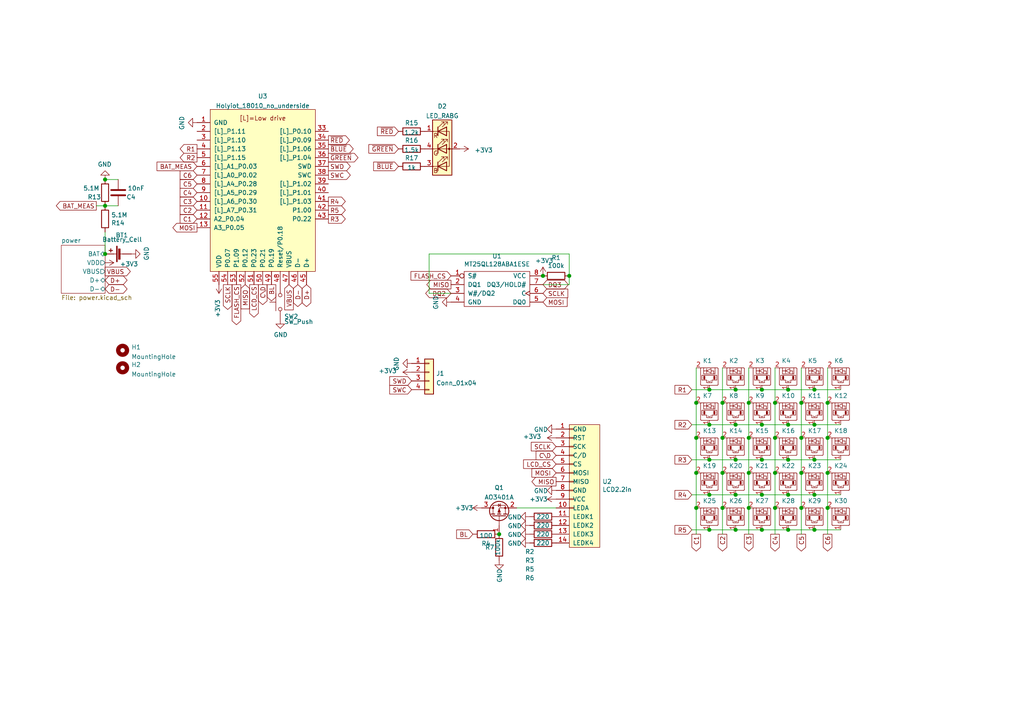
<source format=kicad_sch>
(kicad_sch (version 20210621) (generator eeschema)
  (paper "A4")
  (lib_symbols
    (symbol "Connector_Generic:Conn_01x04" (pin_names (offset 1.016) hide)
      (property "Reference" "J" (at 0 5.08 0))
      (property "Value" "Conn_01x04" (at 0 -7.62 0))
      (symbol "Conn_01x04_1_1"
        (pin passive line (at -5.08 2.54 0) (length 3.81) (name "Pin_1") (number "1"))
        (pin passive line (at -5.08 0 0) (length 3.81) (name "Pin_2") (number "2"))
        (pin passive line (at -5.08 -2.54 0) (length 3.81) (name "Pin_3") (number "3"))
        (pin passive line (at -5.08 -5.08 0) (length 3.81) (name "Pin_4") (number "4"))
      )
    )
    (symbol "Device:Battery_Cell" (pin_numbers hide) (pin_names (offset 0) hide)
      (property "Reference" "BT" (at 2.54 2.54 0))
      (property "Value" "Battery_Cell" (at 2.54 0 0))
      (symbol "Battery_Cell_1_1"
        (pin passive line (at 0 5.08 270) (length 2.54) (name "+") (number "1"))
        (pin passive line (at 0 -2.54 90) (length 2.54) (name "-") (number "2"))
      )
    )
    (symbol "Device:C" (pin_numbers hide) (pin_names (offset 0.254))
      (property "Reference" "C" (at 0.635 2.54 0))
      (property "Value" "C" (at 0.635 -2.54 0))
      (symbol "C_1_1"
        (pin passive line (at 0 3.81 270) (length 2.794) (name "~") (number "1"))
        (pin passive line (at 0 -3.81 90) (length 2.794) (name "~") (number "2"))
      )
    )
    (symbol "Device:LED_RABG" (pin_names (offset 0) hide)
      (property "Reference" "D" (at 0 9.398 0))
      (property "Value" "LED_RABG" (at 0 -8.89 0))
      (symbol "LED_RABG_0_0"
        (text "B" (at -1.905 -6.35 0) (effects (font (size 1.27 1.27))))
        (text "G" (at -1.905 -1.27 0) (effects (font (size 1.27 1.27))))
        (text "R" (at -1.905 3.81 0) (effects (font (size 1.27 1.27))))
      )
      (symbol "LED_RABG_1_1"
        (pin passive line (at -5.08 5.08 0) (length 2.54) (name "RK") (number "1"))
        (pin passive line (at 5.08 0 180) (length 2.54) (name "A") (number "2"))
        (pin passive line (at -5.08 -5.08 0) (length 2.54) (name "BK") (number "3"))
        (pin passive line (at -5.08 0 0) (length 2.54) (name "GK") (number "4"))
      )
    )
    (symbol "Device:R" (pin_numbers hide) (pin_names (offset 0))
      (property "Reference" "R" (at 2.032 0 90))
      (property "Value" "R" (at 0 0 90))
      (symbol "R_1_1"
        (pin passive line (at 0 3.81 270) (length 1.27) (name "~") (number "1"))
        (pin passive line (at 0 -3.81 90) (length 1.27) (name "~") (number "2"))
      )
    )
    (symbol "Mechanical:MountingHole" (pin_names (offset 1.016))
      (property "Reference" "H" (at 0 5.08 0))
      (property "Value" "MountingHole" (at 0 3.175 0))
    )
    (symbol "Switch:SW_Push" (pin_numbers hide) (pin_names (offset 1.016) hide)
      (property "Reference" "SW" (at 1.27 2.54 0))
      (property "Value" "SW_Push" (at 0 -1.524 0))
      (symbol "SW_Push_0_1"
        (pin passive line (at -5.08 0 0) (length 2.54) (name "1") (number "1"))
        (pin passive line (at 5.08 0 180) (length 2.54) (name "2") (number "2"))
      )
    )
    (symbol "Transistor_FET:AO3401A" (pin_names hide)
      (property "Reference" "Q" (at 5.08 1.905 0))
      (property "Value" "AO3401A" (at 5.08 0 0))
      (symbol "AO3401A_1_1"
        (pin input line (at -5.08 0 0) (length 2.54) (name "G") (number "1"))
        (pin passive line (at 2.54 -5.08 90) (length 2.54) (name "S") (number "2"))
        (pin passive line (at 2.54 5.08 270) (length 2.54) (name "D") (number "3"))
      )
    )
    (symbol "diode-choc:diode-choc" (pin_names (offset 1.016))
      (property "Reference" "K" (at 0 3.81 0))
      (symbol "diode-choc_1_1"
        (pin input line (at 0 -3.81 90) (length 1.27) (name "~") (number "1"))
        (pin output line (at -3.81 2.54 0) (length 1.27) (name "~") (number "2"))
      )
    )
    (symbol "diode-choc:diode-choc_1" (pin_names (offset 1.016))
      (property "Reference" "K" (at 0 3.81 0))
      (symbol "diode-choc_1_1_1"
        (pin input line (at 0 -3.81 90) (length 1.27) (name "~") (number "1"))
        (pin output line (at -3.81 2.54 0) (length 1.27) (name "~") (number "2"))
      )
    )
    (symbol "diode-choc:diode-choc_10" (pin_names (offset 1.016))
      (property "Reference" "K" (at 0 3.81 0))
      (symbol "diode-choc_10_1_1"
        (pin input line (at 0 -3.81 90) (length 1.27) (name "~") (number "1"))
        (pin output line (at -3.81 2.54 0) (length 1.27) (name "~") (number "2"))
      )
    )
    (symbol "diode-choc:diode-choc_11" (pin_names (offset 1.016))
      (property "Reference" "K" (at 0 3.81 0))
      (symbol "diode-choc_11_1_1"
        (pin input line (at 0 -3.81 90) (length 1.27) (name "~") (number "1"))
        (pin output line (at -3.81 2.54 0) (length 1.27) (name "~") (number "2"))
      )
    )
    (symbol "diode-choc:diode-choc_12" (pin_names (offset 1.016))
      (property "Reference" "K" (at 0 3.81 0))
      (symbol "diode-choc_12_1_1"
        (pin input line (at 0 -3.81 90) (length 1.27) (name "~") (number "1"))
        (pin output line (at -3.81 2.54 0) (length 1.27) (name "~") (number "2"))
      )
    )
    (symbol "diode-choc:diode-choc_13" (pin_names (offset 1.016))
      (property "Reference" "K" (at 0 3.81 0))
      (symbol "diode-choc_13_1_1"
        (pin input line (at 0 -3.81 90) (length 1.27) (name "~") (number "1"))
        (pin output line (at -3.81 2.54 0) (length 1.27) (name "~") (number "2"))
      )
    )
    (symbol "diode-choc:diode-choc_14" (pin_names (offset 1.016))
      (property "Reference" "K" (at 0 3.81 0))
      (symbol "diode-choc_14_1_1"
        (pin input line (at 0 -3.81 90) (length 1.27) (name "~") (number "1"))
        (pin output line (at -3.81 2.54 0) (length 1.27) (name "~") (number "2"))
      )
    )
    (symbol "diode-choc:diode-choc_15" (pin_names (offset 1.016))
      (property "Reference" "K" (at 0 3.81 0))
      (symbol "diode-choc_15_1_1"
        (pin input line (at 0 -3.81 90) (length 1.27) (name "~") (number "1"))
        (pin output line (at -3.81 2.54 0) (length 1.27) (name "~") (number "2"))
      )
    )
    (symbol "diode-choc:diode-choc_16" (pin_names (offset 1.016))
      (property "Reference" "K" (at 0 3.81 0))
      (symbol "diode-choc_16_1_1"
        (pin input line (at 0 -3.81 90) (length 1.27) (name "~") (number "1"))
        (pin output line (at -3.81 2.54 0) (length 1.27) (name "~") (number "2"))
      )
    )
    (symbol "diode-choc:diode-choc_17" (pin_names (offset 1.016))
      (property "Reference" "K" (at 0 3.81 0))
      (symbol "diode-choc_17_1_1"
        (pin input line (at 0 -3.81 90) (length 1.27) (name "~") (number "1"))
        (pin output line (at -3.81 2.54 0) (length 1.27) (name "~") (number "2"))
      )
    )
    (symbol "diode-choc:diode-choc_18" (pin_names (offset 1.016))
      (property "Reference" "K" (at 0 3.81 0))
      (symbol "diode-choc_18_1_1"
        (pin input line (at 0 -3.81 90) (length 1.27) (name "~") (number "1"))
        (pin output line (at -3.81 2.54 0) (length 1.27) (name "~") (number "2"))
      )
    )
    (symbol "diode-choc:diode-choc_19" (pin_names (offset 1.016))
      (property "Reference" "K" (at 0 3.81 0))
      (symbol "diode-choc_19_1_1"
        (pin input line (at 0 -3.81 90) (length 1.27) (name "~") (number "1"))
        (pin output line (at -3.81 2.54 0) (length 1.27) (name "~") (number "2"))
      )
    )
    (symbol "diode-choc:diode-choc_2" (pin_names (offset 1.016))
      (property "Reference" "K" (at 0 3.81 0))
      (symbol "diode-choc_2_1_1"
        (pin input line (at 0 -3.81 90) (length 1.27) (name "~") (number "1"))
        (pin output line (at -3.81 2.54 0) (length 1.27) (name "~") (number "2"))
      )
    )
    (symbol "diode-choc:diode-choc_20" (pin_names (offset 1.016))
      (property "Reference" "K" (at 0 3.81 0))
      (symbol "diode-choc_20_1_1"
        (pin input line (at 0 -3.81 90) (length 1.27) (name "~") (number "1"))
        (pin output line (at -3.81 2.54 0) (length 1.27) (name "~") (number "2"))
      )
    )
    (symbol "diode-choc:diode-choc_21" (pin_names (offset 1.016))
      (property "Reference" "K" (at 0 3.81 0))
      (symbol "diode-choc_21_1_1"
        (pin input line (at 0 -3.81 90) (length 1.27) (name "~") (number "1"))
        (pin output line (at -3.81 2.54 0) (length 1.27) (name "~") (number "2"))
      )
    )
    (symbol "diode-choc:diode-choc_22" (pin_names (offset 1.016))
      (property "Reference" "K" (at 0 3.81 0))
      (symbol "diode-choc_22_1_1"
        (pin input line (at 0 -3.81 90) (length 1.27) (name "~") (number "1"))
        (pin output line (at -3.81 2.54 0) (length 1.27) (name "~") (number "2"))
      )
    )
    (symbol "diode-choc:diode-choc_23" (pin_names (offset 1.016))
      (property "Reference" "K" (at 0 3.81 0))
      (symbol "diode-choc_23_1_1"
        (pin input line (at 0 -3.81 90) (length 1.27) (name "~") (number "1"))
        (pin output line (at -3.81 2.54 0) (length 1.27) (name "~") (number "2"))
      )
    )
    (symbol "diode-choc:diode-choc_24" (pin_names (offset 1.016))
      (property "Reference" "K" (at 0 3.81 0))
      (symbol "diode-choc_24_1_1"
        (pin input line (at 0 -3.81 90) (length 1.27) (name "~") (number "1"))
        (pin output line (at -3.81 2.54 0) (length 1.27) (name "~") (number "2"))
      )
    )
    (symbol "diode-choc:diode-choc_25" (pin_names (offset 1.016))
      (property "Reference" "K" (at 0 3.81 0))
      (symbol "diode-choc_25_1_1"
        (pin input line (at 0 -3.81 90) (length 1.27) (name "~") (number "1"))
        (pin output line (at -3.81 2.54 0) (length 1.27) (name "~") (number "2"))
      )
    )
    (symbol "diode-choc:diode-choc_26" (pin_names (offset 1.016))
      (property "Reference" "K" (at 0 3.81 0))
      (symbol "diode-choc_26_1_1"
        (pin input line (at 0 -3.81 90) (length 1.27) (name "~") (number "1"))
        (pin output line (at -3.81 2.54 0) (length 1.27) (name "~") (number "2"))
      )
    )
    (symbol "diode-choc:diode-choc_27" (pin_names (offset 1.016))
      (property "Reference" "K" (at 0 3.81 0))
      (symbol "diode-choc_27_1_1"
        (pin input line (at 0 -3.81 90) (length 1.27) (name "~") (number "1"))
        (pin output line (at -3.81 2.54 0) (length 1.27) (name "~") (number "2"))
      )
    )
    (symbol "diode-choc:diode-choc_28" (pin_names (offset 1.016))
      (property "Reference" "K" (at 0 3.81 0))
      (symbol "diode-choc_28_1_1"
        (pin input line (at 0 -3.81 90) (length 1.27) (name "~") (number "1"))
        (pin output line (at -3.81 2.54 0) (length 1.27) (name "~") (number "2"))
      )
    )
    (symbol "diode-choc:diode-choc_29" (pin_names (offset 1.016))
      (property "Reference" "K" (at 0 3.81 0))
      (symbol "diode-choc_29_1_1"
        (pin input line (at 0 -3.81 90) (length 1.27) (name "~") (number "1"))
        (pin output line (at -3.81 2.54 0) (length 1.27) (name "~") (number "2"))
      )
    )
    (symbol "diode-choc:diode-choc_3" (pin_names (offset 1.016))
      (property "Reference" "K" (at 0 3.81 0))
      (symbol "diode-choc_3_1_1"
        (pin input line (at 0 -3.81 90) (length 1.27) (name "~") (number "1"))
        (pin output line (at -3.81 2.54 0) (length 1.27) (name "~") (number "2"))
      )
    )
    (symbol "diode-choc:diode-choc_4" (pin_names (offset 1.016))
      (property "Reference" "K" (at 0 3.81 0))
      (symbol "diode-choc_4_1_1"
        (pin input line (at 0 -3.81 90) (length 1.27) (name "~") (number "1"))
        (pin output line (at -3.81 2.54 0) (length 1.27) (name "~") (number "2"))
      )
    )
    (symbol "diode-choc:diode-choc_5" (pin_names (offset 1.016))
      (property "Reference" "K" (at 0 3.81 0))
      (symbol "diode-choc_5_1_1"
        (pin input line (at 0 -3.81 90) (length 1.27) (name "~") (number "1"))
        (pin output line (at -3.81 2.54 0) (length 1.27) (name "~") (number "2"))
      )
    )
    (symbol "diode-choc:diode-choc_6" (pin_names (offset 1.016))
      (property "Reference" "K" (at 0 3.81 0))
      (symbol "diode-choc_6_1_1"
        (pin input line (at 0 -3.81 90) (length 1.27) (name "~") (number "1"))
        (pin output line (at -3.81 2.54 0) (length 1.27) (name "~") (number "2"))
      )
    )
    (symbol "diode-choc:diode-choc_7" (pin_names (offset 1.016))
      (property "Reference" "K" (at 0 3.81 0))
      (symbol "diode-choc_7_1_1"
        (pin input line (at 0 -3.81 90) (length 1.27) (name "~") (number "1"))
        (pin output line (at -3.81 2.54 0) (length 1.27) (name "~") (number "2"))
      )
    )
    (symbol "diode-choc:diode-choc_8" (pin_names (offset 1.016))
      (property "Reference" "K" (at 0 3.81 0))
      (symbol "diode-choc_8_1_1"
        (pin input line (at 0 -3.81 90) (length 1.27) (name "~") (number "1"))
        (pin output line (at -3.81 2.54 0) (length 1.27) (name "~") (number "2"))
      )
    )
    (symbol "diode-choc:diode-choc_9" (pin_names (offset 1.016))
      (property "Reference" "K" (at 0 3.81 0))
      (symbol "diode-choc_9_1_1"
        (pin input line (at 0 -3.81 90) (length 1.27) (name "~") (number "1"))
        (pin output line (at -3.81 2.54 0) (length 1.27) (name "~") (number "2"))
      )
    )
    (symbol "keeb-libs:Holyiot_18010_no_underside" (pin_names (offset 1.016))
      (property "Reference" "U" (at 0 40.64 0))
      (property "Value" "Holyiot_18010_no_underside" (at 1.27 43.18 0))
      (symbol "Holyiot_18010_no_underside_0_0"
        (text "[L]=Low drive" (at 0 13.97 0) (effects (font (size 1.27 1.27))))
      )
      (symbol "Holyiot_18010_no_underside_1_1"
        (pin power_in line (at -19.05 12.7 0) (length 3.81) (name "GND") (number "1"))
        (pin bidirectional line (at -19.05 -10.16 0) (length 3.81) (name "[L]_A6_P0.30") (number "10"))
        (pin bidirectional line (at -19.05 -12.7 0) (length 3.81) (name "[L]_A7_P0.31") (number "11"))
        (pin bidirectional line (at -19.05 -15.24 0) (length 3.81) (name "A2_P0.04") (number "12"))
        (pin bidirectional line (at -19.05 -17.78 0) (length 3.81) (name "A3_P0.05") (number "13"))
        (pin bidirectional line (at -19.05 10.16 0) (length 3.81) (name "[L]_P1.11") (number "2"))
        (pin bidirectional line (at -19.05 7.62 0) (length 3.81) (name "[L]_P1.10") (number "3"))
        (pin passive line (at -19.05 12.7 0) (length 3.81) hide (name "GND") (number "32"))
        (pin bidirectional line (at 19.05 10.16 180) (length 3.81) (name "[L]_P0.10") (number "33"))
        (pin bidirectional line (at 19.05 7.62 180) (length 3.81) (name "[L]_P0.09") (number "34"))
        (pin bidirectional line (at 19.05 5.08 180) (length 3.81) (name "[L]_P1.06") (number "35"))
        (pin bidirectional line (at 19.05 2.54 180) (length 3.81) (name "[L]_P1.04") (number "36"))
        (pin input line (at 19.05 0 180) (length 3.81) (name "SWD") (number "37"))
        (pin bidirectional line (at 19.05 -2.54 180) (length 3.81) (name "SWC") (number "38"))
        (pin bidirectional line (at 19.05 -5.08 180) (length 3.81) (name "[L]_P1.02") (number "39"))
        (pin bidirectional line (at -19.05 5.08 0) (length 3.81) (name "[L]_P1.13") (number "4"))
        (pin bidirectional line (at 19.05 -7.62 180) (length 3.81) (name "[L]_P1.01") (number "40"))
        (pin bidirectional line (at 19.05 -10.16 180) (length 3.81) (name "[L]_P1.03") (number "41"))
        (pin bidirectional line (at 19.05 -12.7 180) (length 3.81) (name "P1.00") (number "42"))
        (pin bidirectional line (at 19.05 -15.24 180) (length 3.81) (name "P0.22") (number "43"))
        (pin passive line (at -19.05 12.7 0) (length 3.81) hide (name "GND") (number "44"))
        (pin bidirectional line (at 12.7 -34.29 90) (length 3.81) (name "D+") (number "45"))
        (pin bidirectional line (at 10.16 -34.29 90) (length 3.81) (name "D-") (number "46"))
        (pin power_in line (at 7.62 -34.29 90) (length 3.81) (name "VBUS") (number "47"))
        (pin bidirectional line (at 5.08 -34.29 90) (length 3.81) (name "Reset/P0.18") (number "48"))
        (pin bidirectional line (at 2.54 -34.29 90) (length 3.81) (name "P0.19") (number "49"))
        (pin bidirectional line (at -19.05 2.54 0) (length 3.81) (name "[L]_P1.15") (number "5"))
        (pin bidirectional line (at 0 -34.29 90) (length 3.81) (name "P0.21") (number "50"))
        (pin bidirectional line (at -2.54 -34.29 90) (length 3.81) (name "P0.23") (number "51"))
        (pin bidirectional line (at -5.08 -34.29 90) (length 3.81) (name "P0.12") (number "52"))
        (pin bidirectional line (at -7.62 -34.29 90) (length 3.81) (name "P1.09") (number "53"))
        (pin bidirectional line (at -10.16 -34.29 90) (length 3.81) (name "P0.07") (number "54"))
        (pin power_in line (at -12.7 -34.29 90) (length 3.81) (name "VDD") (number "55"))
        (pin bidirectional line (at -19.05 0 0) (length 3.81) (name "[L]_A1_P0.03") (number "6"))
        (pin bidirectional line (at -19.05 -2.54 0) (length 3.81) (name "[L]_A0_P0.02") (number "7"))
        (pin bidirectional line (at -19.05 -5.08 0) (length 3.81) (name "[L]_A4_P0.28") (number "8"))
        (pin bidirectional line (at -19.05 -7.62 0) (length 3.81) (name "[L]_A5_P0.29") (number "9"))
      )
    )
    (symbol "power:+3V3" (power) (pin_names (offset 0))
      (property "Value" "+3V3" (at 0 3.556 0))
      (symbol "+3V3_1_1"
        (pin power_in line (at 0 0 90) (length 0) hide (name "+3V3") (number "1"))
      )
    )
    (symbol "power:GND" (power) (pin_names (offset 0))
      (property "Value" "GND" (at 0 -3.81 0))
      (symbol "GND_1_1"
        (pin power_in line (at 0 0 270) (length 0) hide (name "GND") (number "1"))
      )
    )
    (symbol "steno:LCD2.2in" (pin_names (offset 1.016))
      (property "Reference" "LCD" (at -13.97 1.27 0))
      (property "Value" "steno_LCD2.2in" (at 0 27.94 0))
      (symbol "LCD2.2in_1_1"
        (pin passive line (at -5.08 16.51 0) (length 3.81) (name "GND") (number "1"))
        (pin passive line (at -5.08 -6.35 0) (length 3.81) (name "LEDA") (number "10"))
        (pin passive line (at -5.08 -8.89 0) (length 3.81) (name "LEDK1") (number "11"))
        (pin passive line (at -5.08 -11.43 0) (length 3.81) (name "LEDK2") (number "12"))
        (pin passive line (at -5.08 -13.97 0) (length 3.81) (name "LEDK3") (number "13"))
        (pin passive line (at -5.08 -16.51 0) (length 3.81) (name "LEDK4") (number "14"))
        (pin passive line (at -5.08 13.97 0) (length 3.81) (name "RST") (number "2"))
        (pin passive line (at -5.08 11.43 0) (length 3.81) (name "SCK") (number "3"))
        (pin passive line (at -5.08 8.89 0) (length 3.81) (name "C/D") (number "4"))
        (pin passive line (at -5.08 6.35 0) (length 3.81) (name "CS") (number "5"))
        (pin passive line (at -5.08 3.81 0) (length 3.81) (name "MOSI") (number "6"))
        (pin passive line (at -5.08 1.27 0) (length 3.81) (name "MISO") (number "7"))
        (pin passive line (at -5.08 -1.27 0) (length 3.81) (name "GND") (number "8"))
        (pin passive line (at -5.08 -3.81 0) (length 3.81) (name "VCC") (number "9"))
      )
    )
    (symbol "steno:MT25QL128ABA1ESE" (pin_names (offset 1.016))
      (property "Reference" "U" (at 0 -12.7 0))
      (property "Value" "MT25QL128ABA1ESE" (at -1.27 12.7 0))
      (symbol "MT25QL128ABA1ESE_1_1"
        (pin input inverted (at -11.43 2.54 0) (length 3.81) (name "S#") (number "1"))
        (pin output line (at -11.43 0 0) (length 3.81) (name "DQ1") (number "2"))
        (pin bidirectional line (at -11.43 -2.54 0) (length 3.81) (name "W#/DQ2") (number "3"))
        (pin power_in line (at -11.43 -5.08 0) (length 3.81) (name "GND") (number "4"))
        (pin input line (at 15.24 -5.08 180) (length 3.81) (name "DQ0") (number "5"))
        (pin input clock (at 15.24 -2.54 180) (length 3.81) (name "C") (number "6"))
        (pin input line (at 15.24 0 180) (length 3.81) (name "DQ3/HOLD#") (number "7"))
        (pin power_in line (at 15.24 2.54 180) (length 3.81) (name "VCC") (number "8"))
      )
    )
  )
  (junction (at 30.48 52.07) (diameter 1.016))
  (junction (at 30.48 59.69) (diameter 1.016))
  (junction (at 30.48 73.66) (diameter 1.016))
  (junction (at 144.78 154.94) (diameter 1.016))
  (junction (at 157.48 80.01) (diameter 1.016))
  (junction (at 165.1 80.01) (diameter 1.016))
  (junction (at 201.93 116.84) (diameter 1.016))
  (junction (at 201.93 127) (diameter 1.016))
  (junction (at 201.93 137.16) (diameter 1.016))
  (junction (at 201.93 147.32) (diameter 1.016))
  (junction (at 205.74 113.03) (diameter 1.016))
  (junction (at 205.74 123.19) (diameter 1.016))
  (junction (at 205.74 133.35) (diameter 1.016))
  (junction (at 205.74 143.51) (diameter 1.016))
  (junction (at 205.74 153.67) (diameter 1.016))
  (junction (at 209.55 116.84) (diameter 1.016))
  (junction (at 209.55 127) (diameter 1.016))
  (junction (at 209.55 137.16) (diameter 1.016))
  (junction (at 209.55 147.32) (diameter 1.016))
  (junction (at 213.36 113.03) (diameter 1.016))
  (junction (at 213.36 123.19) (diameter 1.016))
  (junction (at 213.36 133.35) (diameter 1.016))
  (junction (at 213.36 143.51) (diameter 1.016))
  (junction (at 213.36 153.67) (diameter 1.016))
  (junction (at 217.17 116.84) (diameter 1.016))
  (junction (at 217.17 127) (diameter 1.016))
  (junction (at 217.17 137.16) (diameter 1.016))
  (junction (at 217.17 147.32) (diameter 1.016))
  (junction (at 220.98 113.03) (diameter 1.016))
  (junction (at 220.98 123.19) (diameter 1.016))
  (junction (at 220.98 133.35) (diameter 1.016))
  (junction (at 220.98 143.51) (diameter 1.016))
  (junction (at 220.98 153.67) (diameter 1.016))
  (junction (at 224.79 116.84) (diameter 1.016))
  (junction (at 224.79 127) (diameter 1.016))
  (junction (at 224.79 137.16) (diameter 1.016))
  (junction (at 224.79 147.32) (diameter 1.016))
  (junction (at 228.6 113.03) (diameter 1.016))
  (junction (at 228.6 123.19) (diameter 1.016))
  (junction (at 228.6 133.35) (diameter 1.016))
  (junction (at 228.6 143.51) (diameter 1.016))
  (junction (at 228.6 153.67) (diameter 1.016))
  (junction (at 232.41 116.84) (diameter 1.016))
  (junction (at 232.41 127) (diameter 1.016))
  (junction (at 232.41 137.16) (diameter 1.016))
  (junction (at 232.41 147.32) (diameter 1.016))
  (junction (at 236.22 113.03) (diameter 1.016))
  (junction (at 236.22 123.19) (diameter 1.016))
  (junction (at 236.22 133.35) (diameter 1.016))
  (junction (at 236.22 143.51) (diameter 1.016))
  (junction (at 236.22 153.67) (diameter 1.016))
  (junction (at 240.03 116.84) (diameter 1.016))
  (junction (at 240.03 127) (diameter 1.016))
  (junction (at 240.03 137.16) (diameter 1.016))
  (junction (at 240.03 147.32) (diameter 1.016))
  (wire (pts (xy 27.94 59.69) (xy 30.48 59.69)))
  (wire (pts (xy 30.48 52.07) (xy 34.29 52.07)))
  (wire (pts (xy 30.48 67.31) (xy 30.48 73.66)))
  (wire (pts (xy 34.29 59.69) (xy 30.48 59.69)))
  (wire (pts (xy 124.46 73.66) (xy 124.46 85.09)))
  (wire (pts (xy 124.46 73.66) (xy 165.1 73.66)))
  (wire (pts (xy 124.46 85.09) (xy 130.81 85.09)))
  (wire (pts (xy 149.86 147.32) (xy 161.29 147.32)))
  (wire (pts (xy 157.48 82.55) (xy 165.1 82.55)))
  (wire (pts (xy 165.1 73.66) (xy 165.1 80.01)))
  (wire (pts (xy 165.1 82.55) (xy 165.1 80.01)))
  (wire (pts (xy 200.66 113.03) (xy 205.74 113.03)))
  (wire (pts (xy 200.66 123.19) (xy 205.74 123.19)))
  (wire (pts (xy 200.66 133.35) (xy 205.74 133.35)))
  (wire (pts (xy 200.66 143.51) (xy 205.74 143.51)))
  (wire (pts (xy 200.66 153.67) (xy 205.74 153.67)))
  (wire (pts (xy 201.93 106.68) (xy 201.93 116.84)))
  (wire (pts (xy 201.93 116.84) (xy 201.93 127)))
  (wire (pts (xy 201.93 127) (xy 201.93 137.16)))
  (wire (pts (xy 201.93 137.16) (xy 201.93 147.32)))
  (wire (pts (xy 201.93 147.32) (xy 201.93 154.94)))
  (wire (pts (xy 205.74 113.03) (xy 213.36 113.03)))
  (wire (pts (xy 205.74 123.19) (xy 213.36 123.19)))
  (wire (pts (xy 205.74 133.35) (xy 213.36 133.35)))
  (wire (pts (xy 205.74 143.51) (xy 213.36 143.51)))
  (wire (pts (xy 205.74 153.67) (xy 213.36 153.67)))
  (wire (pts (xy 209.55 106.68) (xy 209.55 116.84)))
  (wire (pts (xy 209.55 116.84) (xy 209.55 127)))
  (wire (pts (xy 209.55 127) (xy 209.55 137.16)))
  (wire (pts (xy 209.55 137.16) (xy 209.55 147.32)))
  (wire (pts (xy 209.55 147.32) (xy 209.55 154.94)))
  (wire (pts (xy 213.36 113.03) (xy 220.98 113.03)))
  (wire (pts (xy 213.36 123.19) (xy 220.98 123.19)))
  (wire (pts (xy 213.36 133.35) (xy 220.98 133.35)))
  (wire (pts (xy 213.36 143.51) (xy 220.98 143.51)))
  (wire (pts (xy 213.36 153.67) (xy 220.98 153.67)))
  (wire (pts (xy 217.17 106.68) (xy 217.17 116.84)))
  (wire (pts (xy 217.17 116.84) (xy 217.17 127)))
  (wire (pts (xy 217.17 127) (xy 217.17 137.16)))
  (wire (pts (xy 217.17 137.16) (xy 217.17 147.32)))
  (wire (pts (xy 217.17 147.32) (xy 217.17 154.94)))
  (wire (pts (xy 220.98 113.03) (xy 228.6 113.03)))
  (wire (pts (xy 220.98 123.19) (xy 228.6 123.19)))
  (wire (pts (xy 220.98 133.35) (xy 228.6 133.35)))
  (wire (pts (xy 220.98 143.51) (xy 228.6 143.51)))
  (wire (pts (xy 220.98 153.67) (xy 228.6 153.67)))
  (wire (pts (xy 224.79 106.68) (xy 224.79 116.84)))
  (wire (pts (xy 224.79 116.84) (xy 224.79 127)))
  (wire (pts (xy 224.79 127) (xy 224.79 137.16)))
  (wire (pts (xy 224.79 137.16) (xy 224.79 147.32)))
  (wire (pts (xy 224.79 147.32) (xy 224.79 154.94)))
  (wire (pts (xy 228.6 113.03) (xy 236.22 113.03)))
  (wire (pts (xy 228.6 123.19) (xy 236.22 123.19)))
  (wire (pts (xy 228.6 133.35) (xy 236.22 133.35)))
  (wire (pts (xy 228.6 143.51) (xy 236.22 143.51)))
  (wire (pts (xy 228.6 153.67) (xy 236.22 153.67)))
  (wire (pts (xy 232.41 106.68) (xy 232.41 116.84)))
  (wire (pts (xy 232.41 116.84) (xy 232.41 127)))
  (wire (pts (xy 232.41 127) (xy 232.41 137.16)))
  (wire (pts (xy 232.41 137.16) (xy 232.41 147.32)))
  (wire (pts (xy 232.41 147.32) (xy 232.41 154.94)))
  (wire (pts (xy 236.22 113.03) (xy 243.84 113.03)))
  (wire (pts (xy 236.22 123.19) (xy 243.84 123.19)))
  (wire (pts (xy 236.22 133.35) (xy 243.84 133.35)))
  (wire (pts (xy 236.22 143.51) (xy 243.84 143.51)))
  (wire (pts (xy 236.22 153.67) (xy 243.84 153.67)))
  (wire (pts (xy 240.03 106.68) (xy 240.03 116.84)))
  (wire (pts (xy 240.03 116.84) (xy 240.03 127)))
  (wire (pts (xy 240.03 127) (xy 240.03 137.16)))
  (wire (pts (xy 240.03 137.16) (xy 240.03 147.32)))
  (wire (pts (xy 240.03 147.32) (xy 240.03 154.94)))
  (global_label "BAT_MEAS" (shape output) (at 27.94 59.69 180) (property "Intersheet References" "${INTERSHEET_REFS}" (effects hide)))
  (global_label "VBUS" (shape output) (at 30.48 78.74 0) (property "Intersheet References" "${INTERSHEET_REFS}" (effects hide)))
  (global_label "D+" (shape bidirectional) (at 30.48 81.28 0) (property "Intersheet References" "${INTERSHEET_REFS}" (effects hide)))
  (global_label "D-" (shape bidirectional) (at 30.48 83.82 0) (property "Intersheet References" "${INTERSHEET_REFS}" (effects hide)))
  (global_label "R1" (shape output) (at 57.15 43.18 180) (property "Intersheet References" "${INTERSHEET_REFS}" (effects hide)))
  (global_label "R2" (shape output) (at 57.15 45.72 180) (property "Intersheet References" "${INTERSHEET_REFS}" (effects hide)))
  (global_label "BAT_MEAS" (shape input) (at 57.15 48.26 180) (property "Intersheet References" "${INTERSHEET_REFS}" (effects hide)))
  (global_label "C6" (shape input) (at 57.15 50.8 180) (property "Intersheet References" "${INTERSHEET_REFS}" (effects hide)))
  (global_label "C5" (shape input) (at 57.15 53.34 180) (property "Intersheet References" "${INTERSHEET_REFS}" (effects hide)))
  (global_label "C4" (shape input) (at 57.15 55.88 180) (property "Intersheet References" "${INTERSHEET_REFS}" (effects hide)))
  (global_label "C3" (shape input) (at 57.15 58.42 180) (property "Intersheet References" "${INTERSHEET_REFS}" (effects hide)))
  (global_label "C2" (shape input) (at 57.15 60.96 180) (property "Intersheet References" "${INTERSHEET_REFS}" (effects hide)))
  (global_label "C1" (shape input) (at 57.15 63.5 180) (property "Intersheet References" "${INTERSHEET_REFS}" (effects hide)))
  (global_label "MOSI" (shape output) (at 57.15 66.04 180) (property "Intersheet References" "${INTERSHEET_REFS}" (effects hide)))
  (global_label "SCLK" (shape output) (at 66.04 82.55 270) (property "Intersheet References" "${INTERSHEET_REFS}" (effects hide)))
  (global_label "FLASH_CS" (shape output) (at 68.58 82.55 270) (property "Intersheet References" "${INTERSHEET_REFS}" (effects hide)))
  (global_label "MISO" (shape input) (at 71.12 82.55 270) (property "Intersheet References" "${INTERSHEET_REFS}" (effects hide)))
  (global_label "LCD_CS" (shape output) (at 73.66 82.55 270) (property "Intersheet References" "${INTERSHEET_REFS}" (effects hide)))
  (global_label "C\\D" (shape output) (at 76.2 82.55 270) (property "Intersheet References" "${INTERSHEET_REFS}" (effects hide)))
  (global_label "BL" (shape output) (at 78.74 82.55 270) (property "Intersheet References" "${INTERSHEET_REFS}" (effects hide)))
  (global_label "VBUS" (shape input) (at 83.82 82.55 270) (property "Intersheet References" "${INTERSHEET_REFS}" (effects hide)))
  (global_label "D-" (shape bidirectional) (at 86.36 82.55 270) (property "Intersheet References" "${INTERSHEET_REFS}" (effects hide)))
  (global_label "D+" (shape bidirectional) (at 88.9 82.55 270) (property "Intersheet References" "${INTERSHEET_REFS}" (effects hide)))
  (global_label "~{RED}" (shape output) (at 95.25 40.64 0) (property "Intersheet References" "${INTERSHEET_REFS}" (effects hide)))
  (global_label "~{BLUE}" (shape output) (at 95.25 43.18 0) (property "Intersheet References" "${INTERSHEET_REFS}" (effects hide)))
  (global_label "~{GREEN}" (shape output) (at 95.25 45.72 0) (property "Intersheet References" "${INTERSHEET_REFS}" (effects hide)))
  (global_label "SWD" (shape output) (at 95.25 48.26 0) (property "Intersheet References" "${INTERSHEET_REFS}" (effects hide)))
  (global_label "SWC" (shape output) (at 95.25 50.8 0) (property "Intersheet References" "${INTERSHEET_REFS}" (effects hide)))
  (global_label "R4" (shape output) (at 95.25 58.42 0) (property "Intersheet References" "${INTERSHEET_REFS}" (effects hide)))
  (global_label "R5" (shape output) (at 95.25 60.96 0) (property "Intersheet References" "${INTERSHEET_REFS}" (effects hide)))
  (global_label "R3" (shape output) (at 95.25 63.5 0) (property "Intersheet References" "${INTERSHEET_REFS}" (effects hide)))
  (global_label "~{RED}" (shape input) (at 115.57 38.1 180) (property "Intersheet References" "${INTERSHEET_REFS}" (effects hide)))
  (global_label "~{GREEN}" (shape input) (at 115.57 43.18 180) (property "Intersheet References" "${INTERSHEET_REFS}" (effects hide)))
  (global_label "~{BLUE}" (shape input) (at 115.57 48.26 180) (property "Intersheet References" "${INTERSHEET_REFS}" (effects hide)))
  (global_label "SWD" (shape input) (at 119.38 110.49 180) (property "Intersheet References" "${INTERSHEET_REFS}" (effects hide)))
  (global_label "SWC" (shape input) (at 119.38 113.03 180) (property "Intersheet References" "${INTERSHEET_REFS}" (effects hide)))
  (global_label "FLASH_CS" (shape input) (at 130.81 80.01 180) (property "Intersheet References" "${INTERSHEET_REFS}" (effects hide)))
  (global_label "MISO" (shape output) (at 130.81 82.55 180) (property "Intersheet References" "${INTERSHEET_REFS}" (effects hide)))
  (global_label "DQ2" (shape bidirectional) (at 130.81 85.09 180) (property "Intersheet References" "${INTERSHEET_REFS}" (effects hide)))
  (global_label "BL" (shape input) (at 137.16 154.94 180) (property "Intersheet References" "${INTERSHEET_REFS}" (effects hide)))
  (global_label "DQ3" (shape bidirectional) (at 157.48 82.55 0) (property "Intersheet References" "${INTERSHEET_REFS}" (effects hide)))
  (global_label "SCLK" (shape input) (at 157.48 85.09 0) (property "Intersheet References" "${INTERSHEET_REFS}" (effects hide)))
  (global_label "MOSI" (shape input) (at 157.48 87.63 0) (property "Intersheet References" "${INTERSHEET_REFS}" (effects hide)))
  (global_label "SCLK" (shape input) (at 161.29 129.54 180) (property "Intersheet References" "${INTERSHEET_REFS}" (effects hide)))
  (global_label "C\\D" (shape input) (at 161.29 132.08 180) (property "Intersheet References" "${INTERSHEET_REFS}" (effects hide)))
  (global_label "LCD_CS" (shape input) (at 161.29 134.62 180) (property "Intersheet References" "${INTERSHEET_REFS}" (effects hide)))
  (global_label "MOSI" (shape input) (at 161.29 137.16 180) (property "Intersheet References" "${INTERSHEET_REFS}" (effects hide)))
  (global_label "MISO" (shape output) (at 161.29 139.7 180) (property "Intersheet References" "${INTERSHEET_REFS}" (effects hide)))
  (global_label "R1" (shape input) (at 200.66 113.03 180) (property "Intersheet References" "${INTERSHEET_REFS}" (effects hide)))
  (global_label "R2" (shape input) (at 200.66 123.19 180) (property "Intersheet References" "${INTERSHEET_REFS}" (effects hide)))
  (global_label "R3" (shape input) (at 200.66 133.35 180) (property "Intersheet References" "${INTERSHEET_REFS}" (effects hide)))
  (global_label "R4" (shape input) (at 200.66 143.51 180) (property "Intersheet References" "${INTERSHEET_REFS}" (effects hide)))
  (global_label "R5" (shape input) (at 200.66 153.67 180) (property "Intersheet References" "${INTERSHEET_REFS}" (effects hide)))
  (global_label "C1" (shape output) (at 201.93 154.94 270) (property "Intersheet References" "${INTERSHEET_REFS}" (effects hide)))
  (global_label "C2" (shape output) (at 209.55 154.94 270) (property "Intersheet References" "${INTERSHEET_REFS}" (effects hide)))
  (global_label "C3" (shape output) (at 217.17 154.94 270) (property "Intersheet References" "${INTERSHEET_REFS}" (effects hide)))
  (global_label "C4" (shape output) (at 224.79 154.94 270) (property "Intersheet References" "${INTERSHEET_REFS}" (effects hide)))
  (global_label "C5" (shape output) (at 232.41 154.94 270) (property "Intersheet References" "${INTERSHEET_REFS}" (effects hide)))
  (global_label "C6" (shape output) (at 240.03 154.94 270) (property "Intersheet References" "${INTERSHEET_REFS}" (effects hide)))
  (symbol (lib_id "power:+3V3") (at 30.48 76.2 270) (unit 1)
    (property "Reference" "#PWR02" (effects hide))
    (property "Value" "+3V3" (at 37.4142 76.581 90))
  )
  (symbol (lib_id "power:+3V3") (at 63.5 82.55 180) (unit 1)
    (property "Reference" "#PWR018" (effects hide))
    (property "Value" "+3V3" (at 63.119 89.4842 90))
  )
  (symbol (lib_id "power:+3V3") (at 119.38 107.95 90) (unit 1)
    (property "Reference" "#PWR06" (effects hide))
    (property "Value" "+3V3" (at 112.4458 107.569 90))
  )
  (symbol (lib_id "power:+3V3") (at 133.35 43.18 270) (unit 1)
    (property "Reference" "#PWR0102" (effects hide))
    (property "Value" "+3V3" (at 140.2842 43.561 90))
  )
  (symbol (lib_id "power:+3V3") (at 139.7 147.32 90) (unit 1)
    (property "Reference" "#PWR012" (effects hide))
    (property "Value" "+3V3" (at 134.62 147.32 90))
  )
  (symbol (lib_id "power:+3V3") (at 157.48 80.01 0) (unit 1)
    (property "Reference" "#PWR03" (effects hide))
    (property "Value" "+3V3" (at 157.861 75.6158 0))
  )
  (symbol (lib_id "power:+3V3") (at 161.29 127 90) (unit 1)
    (property "Reference" "#PWR08" (effects hide))
    (property "Value" "+3V3" (at 154.3558 126.619 90))
  )
  (symbol (lib_id "power:+3V3") (at 161.29 144.78 90) (unit 1)
    (property "Reference" "#PWR011" (effects hide))
    (property "Value" "+3V3" (at 156.21 144.78 90))
  )
  (symbol (lib_id "power:GND") (at 30.48 52.07 180) (unit 1)
    (property "Reference" "#PWR0101" (effects hide))
    (property "Value" "GND" (at 30.353 47.6758 0))
  )
  (symbol (lib_id "power:GND") (at 38.1 73.66 90) (unit 1)
    (property "Reference" "#PWR01" (effects hide))
    (property "Value" "GND" (at 42.4942 73.533 0))
  )
  (symbol (lib_id "power:GND") (at 57.15 35.56 270) (unit 1)
    (property "Reference" "#PWR09" (effects hide))
    (property "Value" "GND" (at 52.7558 35.687 0))
  )
  (symbol (lib_id "power:GND") (at 81.28 92.71 0) (unit 1)
    (property "Reference" "#PWR034" (effects hide))
    (property "Value" "GND" (at 81.407 97.1042 0))
  )
  (symbol (lib_id "power:GND") (at 119.38 105.41 270) (unit 1)
    (property "Reference" "#PWR05" (effects hide))
    (property "Value" "GND" (at 114.9858 105.537 0))
  )
  (symbol (lib_id "power:GND") (at 130.81 87.63 270) (unit 1)
    (property "Reference" "#PWR04" (effects hide))
    (property "Value" "GND" (at 126.4158 87.757 0))
  )
  (symbol (lib_id "power:GND") (at 144.78 162.56 0) (unit 1)
    (property "Reference" "#PWR017" (effects hide))
    (property "Value" "GND" (at 144.907 166.9542 90))
  )
  (symbol (lib_id "power:GND") (at 153.67 149.86 270) (unit 1)
    (property "Reference" "#PWR013" (effects hide))
    (property "Value" "GND" (at 149.2758 149.987 90))
  )
  (symbol (lib_id "power:GND") (at 153.67 152.4 270) (unit 1)
    (property "Reference" "#PWR014" (effects hide))
    (property "Value" "GND" (at 149.2758 152.527 90))
  )
  (symbol (lib_id "power:GND") (at 153.67 154.94 270) (unit 1)
    (property "Reference" "#PWR015" (effects hide))
    (property "Value" "GND" (at 149.2758 155.067 90))
  )
  (symbol (lib_id "power:GND") (at 153.67 157.48 270) (unit 1)
    (property "Reference" "#PWR016" (effects hide))
    (property "Value" "GND" (at 149.2758 157.607 90))
  )
  (symbol (lib_id "power:GND") (at 161.29 124.46 270) (unit 1)
    (property "Reference" "#PWR07" (effects hide))
    (property "Value" "GND" (at 156.8958 124.587 90))
  )
  (symbol (lib_id "power:GND") (at 161.29 142.24 270) (unit 1)
    (property "Reference" "#PWR010" (effects hide))
    (property "Value" "GND" (at 156.8958 142.367 90))
  )
  (symbol (lib_id "Mechanical:MountingHole") (at 35.56 101.6 0) (unit 1)
    (property "Reference" "H1" (at 38.1001 100.6915 0) (effects (justify left)))
    (property "Value" "MountingHole" (at 38.1001 103.4666 0) (effects (justify left)))
    (property "Footprint" "misc:auklet-mount" (effects hide))
  )
  (symbol (lib_id "Mechanical:MountingHole") (at 35.56 106.68 0) (unit 1)
    (property "Reference" "H2" (at 38.1001 105.7715 0) (effects (justify left)))
    (property "Value" "MountingHole" (at 38.1001 108.5466 0) (effects (justify left)))
    (property "Footprint" "misc:auklet-cover-mount" (effects hide))
  )
  (symbol (lib_id "Device:R") (at 30.48 55.88 0) (mirror x) (unit 1)
    (property "Reference" "R13" (at 25.4 57.15 0) (effects (justify left)))
    (property "Value" "5.1M" (at 24.13 54.61 0) (effects (justify left)))
    (property "Footprint" "Resistor_SMD:R_0603_1608Metric" (effects hide))
  )
  (symbol (lib_id "Device:R") (at 30.48 63.5 0) (mirror x) (unit 1)
    (property "Reference" "R14" (at 32.258 64.6684 0) (effects (justify left)))
    (property "Value" "5.1M" (at 32.258 62.357 0) (effects (justify left)))
    (property "Footprint" "Resistor_SMD:R_0603_1608Metric" (effects hide))
  )
  (symbol (lib_id "Device:R") (at 119.38 38.1 90) (unit 1)
    (property "Reference" "R15" (at 119.38 35.6574 90))
    (property "Value" "1.2k" (at 119.38 38.4325 90))
    (property "Footprint" "Resistor_SMD:R_0603_1608Metric" (effects hide))
  )
  (symbol (lib_id "Device:R") (at 119.38 43.18 90) (unit 1)
    (property "Reference" "R16" (at 119.38 40.7374 90))
    (property "Value" "1.5k" (at 119.38 43.5125 90))
    (property "Footprint" "Resistor_SMD:R_0603_1608Metric" (effects hide))
  )
  (symbol (lib_id "Device:R") (at 119.38 48.26 90) (unit 1)
    (property "Reference" "R17" (at 119.38 45.8174 90))
    (property "Value" "1k" (at 119.38 48.5925 90))
    (property "Footprint" "Resistor_SMD:R_0603_1608Metric" (effects hide))
  )
  (symbol (lib_id "Device:R") (at 140.97 154.94 90) (unit 1)
    (property "Reference" "R4" (at 140.97 157.6578 90))
    (property "Value" "100" (at 140.97 155.3464 90))
    (property "Footprint" "Resistor_SMD:R_0603_1608Metric" (effects hide))
  )
  (symbol (lib_id "Device:R") (at 144.78 158.75 0) (unit 1)
    (property "Reference" "R7" (at 142.0622 158.75 0))
    (property "Value" "100k" (at 144.3736 158.75 90))
    (property "Footprint" "Resistor_SMD:R_0603_1608Metric" (effects hide))
  )
  (symbol (lib_id "Device:R") (at 157.48 149.86 270) (unit 1)
    (property "Reference" "R2" (at 153.67 160.02 90))
    (property "Value" "220" (at 157.48 149.86 90))
    (property "Footprint" "Resistor_SMD:R_0603_1608Metric" (effects hide))
  )
  (symbol (lib_id "Device:R") (at 157.48 152.4 270) (unit 1)
    (property "Reference" "R3" (at 153.67 162.56 90))
    (property "Value" "220" (at 157.48 152.4 90))
    (property "Footprint" "Resistor_SMD:R_0603_1608Metric" (effects hide))
  )
  (symbol (lib_id "Device:R") (at 157.48 154.94 270) (unit 1)
    (property "Reference" "R5" (at 153.67 165.1 90))
    (property "Value" "220" (at 157.48 154.94 90))
    (property "Footprint" "Resistor_SMD:R_0603_1608Metric" (effects hide))
  )
  (symbol (lib_id "Device:R") (at 157.48 157.48 270) (unit 1)
    (property "Reference" "R6" (at 153.67 167.64 90))
    (property "Value" "220" (at 157.48 157.48 90))
    (property "Footprint" "Resistor_SMD:R_0603_1608Metric" (effects hide))
  )
  (symbol (lib_id "Device:R") (at 161.29 80.01 270) (unit 1)
    (property "Reference" "R1" (at 161.29 74.7522 90))
    (property "Value" "100k" (at 161.29 77.0636 90))
    (property "Footprint" "Resistor_SMD:R_0603_1608Metric" (effects hide))
  )
  (symbol (lib_id "Device:C") (at 34.29 55.88 180) (unit 1)
    (property "Reference" "C4" (at 39.37 57.15 0) (effects (justify left)))
    (property "Value" "10nF" (at 41.91 54.61 0) (effects (justify left)))
    (property "Footprint" "Capacitor_SMD:C_0603_1608Metric" (effects hide))
  )
  (symbol (lib_id "Device:Battery_Cell") (at 35.56 73.66 90) (unit 1)
    (property "Reference" "BT1" (at 37.1915 68.1989 90) (effects (justify left)))
    (property "Value" "Battery_Cell" (at 41.2366 69.4689 90) (effects (justify left)))
    (property "Footprint" "Connector_JST:JST_PH_S2B-PH-SM4-TB_1x02-1MP_P2.00mm_Horizontal" (effects hide))
  )
  (symbol (lib_id "Switch:SW_Push") (at 81.28 87.63 90) (unit 1)
    (property "Reference" "SW2" (at 82.4231 91.8015 90) (effects (justify right)))
    (property "Value" "SW_Push" (at 82.4231 93.3066 90) (effects (justify right)))
    (property "Footprint" "Button_Switch_SMD:SW_SPST_TL3342" (effects hide))
  )
  (symbol (lib_name "diode-choc:diode-choc_26") (lib_id "diode-choc:diode-choc") (at 205.74 109.22 0) (unit 1)
    (property "Reference" "K1" (at 203.8351 104.619 0) (effects (justify left)))
    (property "Value" "diode-choc" (effects hide))
    (property "Footprint" "pg1350:pg1350-D" (effects hide))
  )
  (symbol (lib_name "diode-choc:diode-choc_5") (lib_id "diode-choc:diode-choc") (at 205.74 119.38 0) (unit 1)
    (property "Reference" "K7" (at 203.8351 114.779 0) (effects (justify left)))
    (property "Value" "diode-choc" (effects hide))
    (property "Footprint" "pg1350:pg1350-D" (effects hide))
  )
  (symbol (lib_name "diode-choc:diode-choc_1") (lib_id "diode-choc:diode-choc") (at 205.74 129.54 0) (unit 1)
    (property "Reference" "K13" (at 203.8351 124.939 0) (effects (justify left)))
    (property "Value" "diode-choc" (effects hide))
    (property "Footprint" "pg1350:pg1350-D" (effects hide))
  )
  (symbol (lib_name "diode-choc:diode-choc_3") (lib_id "diode-choc:diode-choc") (at 205.74 139.7 0) (unit 1)
    (property "Reference" "K19" (at 203.8351 135.099 0) (effects (justify left)))
    (property "Value" "diode-choc" (effects hide))
    (property "Footprint" "pg1350:pg1350-D" (effects hide))
  )
  (symbol (lib_id "diode-choc:diode-choc") (at 205.74 149.86 0) (unit 1)
    (property "Reference" "K25" (at 203.8351 145.259 0) (effects (justify left)))
    (property "Value" "diode-choc" (effects hide))
    (property "Footprint" "pg1350:pg1350-D" (effects hide))
  )
  (symbol (lib_name "diode-choc:diode-choc_25") (lib_id "diode-choc:diode-choc") (at 213.36 109.22 0) (unit 1)
    (property "Reference" "K2" (at 211.4551 104.619 0) (effects (justify left)))
    (property "Value" "diode-choc" (effects hide))
    (property "Footprint" "pg1350:pg1350-D" (effects hide))
  )
  (symbol (lib_name "diode-choc:diode-choc_4") (lib_id "diode-choc:diode-choc") (at 213.36 119.38 0) (unit 1)
    (property "Reference" "K8" (at 211.4551 114.779 0) (effects (justify left)))
    (property "Value" "diode-choc" (effects hide))
    (property "Footprint" "pg1350:pg1350-D" (effects hide))
  )
  (symbol (lib_name "diode-choc:diode-choc_6") (lib_id "diode-choc:diode-choc") (at 213.36 129.54 0) (unit 1)
    (property "Reference" "K14" (at 211.4551 124.939 0) (effects (justify left)))
    (property "Value" "diode-choc" (effects hide))
    (property "Footprint" "pg1350:pg1350-D" (effects hide))
  )
  (symbol (lib_name "diode-choc:diode-choc_2") (lib_id "diode-choc:diode-choc") (at 213.36 139.7 0) (unit 1)
    (property "Reference" "K20" (at 211.4551 135.099 0) (effects (justify left)))
    (property "Value" "diode-choc" (effects hide))
    (property "Footprint" "pg1350:pg1350-D" (effects hide))
  )
  (symbol (lib_name "diode-choc:diode-choc_29") (lib_id "diode-choc:diode-choc") (at 213.36 149.86 0) (unit 1)
    (property "Reference" "K26" (at 211.4551 145.259 0) (effects (justify left)))
    (property "Value" "diode-choc" (effects hide))
    (property "Footprint" "pg1350:pg1350-D" (effects hide))
  )
  (symbol (lib_name "diode-choc:diode-choc_23") (lib_id "diode-choc:diode-choc") (at 220.98 109.22 0) (unit 1)
    (property "Reference" "K3" (at 219.0751 104.619 0) (effects (justify left)))
    (property "Value" "diode-choc" (effects hide))
    (property "Footprint" "pg1350:pg1350-D" (effects hide))
  )
  (symbol (lib_name "diode-choc:diode-choc_16") (lib_id "diode-choc:diode-choc") (at 220.98 119.38 0) (unit 1)
    (property "Reference" "K9" (at 219.0751 114.779 0) (effects (justify left)))
    (property "Value" "diode-choc" (effects hide))
    (property "Footprint" "pg1350:pg1350-D" (effects hide))
  )
  (symbol (lib_name "diode-choc:diode-choc_15") (lib_id "diode-choc:diode-choc") (at 220.98 129.54 0) (unit 1)
    (property "Reference" "K15" (at 219.0751 124.939 0) (effects (justify left)))
    (property "Value" "diode-choc" (effects hide))
    (property "Footprint" "pg1350:pg1350-D" (effects hide))
  )
  (symbol (lib_name "diode-choc:diode-choc_11") (lib_id "diode-choc:diode-choc") (at 220.98 139.7 0) (unit 1)
    (property "Reference" "K21" (at 219.0751 135.099 0) (effects (justify left)))
    (property "Value" "diode-choc" (effects hide))
    (property "Footprint" "pg1350:pg1350-D" (effects hide))
  )
  (symbol (lib_name "diode-choc:diode-choc_9") (lib_id "diode-choc:diode-choc") (at 220.98 149.86 0) (unit 1)
    (property "Reference" "K27" (at 219.0751 145.259 0) (effects (justify left)))
    (property "Value" "diode-choc" (effects hide))
    (property "Footprint" "pg1350:pg1350-D" (effects hide))
  )
  (symbol (lib_name "diode-choc:diode-choc_24") (lib_id "diode-choc:diode-choc") (at 228.6 109.22 0) (unit 1)
    (property "Reference" "K4" (at 226.6951 104.619 0) (effects (justify left)))
    (property "Value" "diode-choc" (effects hide))
    (property "Footprint" "pg1350:pg1350-D" (effects hide))
  )
  (symbol (lib_name "diode-choc:diode-choc_18") (lib_id "diode-choc:diode-choc") (at 228.6 119.38 0) (unit 1)
    (property "Reference" "K10" (at 226.6951 114.779 0) (effects (justify left)))
    (property "Value" "diode-choc" (effects hide))
    (property "Footprint" "pg1350:pg1350-D" (effects hide))
  )
  (symbol (lib_name "diode-choc:diode-choc_20") (lib_id "diode-choc:diode-choc") (at 228.6 129.54 0) (unit 1)
    (property "Reference" "K16" (at 226.6951 124.939 0) (effects (justify left)))
    (property "Value" "diode-choc" (effects hide))
    (property "Footprint" "pg1350:pg1350-D" (effects hide))
  )
  (symbol (lib_name "diode-choc:diode-choc_12") (lib_id "diode-choc:diode-choc") (at 228.6 139.7 0) (unit 1)
    (property "Reference" "K22" (at 226.6951 135.099 0) (effects (justify left)))
    (property "Value" "diode-choc" (effects hide))
    (property "Footprint" "pg1350:pg1350-D" (effects hide))
  )
  (symbol (lib_name "diode-choc:diode-choc_14") (lib_id "diode-choc:diode-choc") (at 228.6 149.86 0) (unit 1)
    (property "Reference" "K28" (at 226.6951 145.259 0) (effects (justify left)))
    (property "Value" "diode-choc" (effects hide))
    (property "Footprint" "pg1350:pg1350-D" (effects hide))
  )
  (symbol (lib_name "diode-choc:diode-choc_28") (lib_id "diode-choc:diode-choc") (at 236.22 109.22 0) (unit 1)
    (property "Reference" "K5" (at 234.3151 104.619 0) (effects (justify left)))
    (property "Value" "diode-choc" (effects hide))
    (property "Footprint" "pg1350:pg1350-D" (effects hide))
  )
  (symbol (lib_name "diode-choc:diode-choc_17") (lib_id "diode-choc:diode-choc") (at 236.22 119.38 0) (unit 1)
    (property "Reference" "K11" (at 234.3151 114.779 0) (effects (justify left)))
    (property "Value" "diode-choc" (effects hide))
    (property "Footprint" "pg1350:pg1350-D" (effects hide))
  )
  (symbol (lib_name "diode-choc:diode-choc_21") (lib_id "diode-choc:diode-choc") (at 236.22 129.54 0) (unit 1)
    (property "Reference" "K17" (at 234.3151 124.939 0) (effects (justify left)))
    (property "Value" "diode-choc" (effects hide))
    (property "Footprint" "pg1350:pg1350-D" (effects hide))
  )
  (symbol (lib_name "diode-choc:diode-choc_7") (lib_id "diode-choc:diode-choc") (at 236.22 139.7 0) (unit 1)
    (property "Reference" "K23" (at 234.3151 135.099 0) (effects (justify left)))
    (property "Value" "diode-choc" (effects hide))
    (property "Footprint" "pg1350:pg1350-D" (effects hide))
  )
  (symbol (lib_name "diode-choc:diode-choc_10") (lib_id "diode-choc:diode-choc") (at 236.22 149.86 0) (unit 1)
    (property "Reference" "K29" (at 234.3151 145.259 0) (effects (justify left)))
    (property "Value" "diode-choc" (effects hide))
    (property "Footprint" "pg1350:pg1350-D" (effects hide))
  )
  (symbol (lib_name "diode-choc:diode-choc_27") (lib_id "diode-choc:diode-choc") (at 243.84 109.22 0) (unit 1)
    (property "Reference" "K6" (at 241.9351 104.619 0) (effects (justify left)))
    (property "Value" "diode-choc" (effects hide))
    (property "Footprint" "pg1350:pg1350-D" (effects hide))
  )
  (symbol (lib_name "diode-choc:diode-choc_19") (lib_id "diode-choc:diode-choc") (at 243.84 119.38 0) (unit 1)
    (property "Reference" "K12" (at 241.9351 114.779 0) (effects (justify left)))
    (property "Value" "diode-choc" (effects hide))
    (property "Footprint" "pg1350:pg1350-D" (effects hide))
  )
  (symbol (lib_name "diode-choc:diode-choc_22") (lib_id "diode-choc:diode-choc") (at 243.84 129.54 0) (unit 1)
    (property "Reference" "K18" (at 241.9351 124.939 0) (effects (justify left)))
    (property "Value" "diode-choc" (effects hide))
    (property "Footprint" "pg1350:pg1350-D" (effects hide))
  )
  (symbol (lib_name "diode-choc:diode-choc_8") (lib_id "diode-choc:diode-choc") (at 243.84 139.7 0) (unit 1)
    (property "Reference" "K24" (at 241.9351 135.099 0) (effects (justify left)))
    (property "Value" "diode-choc" (effects hide))
    (property "Footprint" "pg1350:pg1350-D" (effects hide))
  )
  (symbol (lib_name "diode-choc:diode-choc_13") (lib_id "diode-choc:diode-choc") (at 243.84 149.86 0) (unit 1)
    (property "Reference" "K30" (at 241.9351 145.259 0) (effects (justify left)))
    (property "Value" "diode-choc" (effects hide))
    (property "Footprint" "pg1350:pg1350-D" (effects hide))
  )
  (symbol (lib_id "Connector_Generic:Conn_01x04") (at 124.46 107.95 0) (unit 1)
    (property "Reference" "J1" (at 126.4921 108.3115 0) (effects (justify left)))
    (property "Value" "Conn_01x04" (at 126.4921 111.0866 0) (effects (justify left)))
    (property "Footprint" "keeb-libs:debug-port-single-side" (effects hide))
  )
  (symbol (lib_id "Transistor_FET:AO3401A") (at 144.78 149.86 90) (unit 1)
    (property "Reference" "Q1" (at 144.78 141.4484 90))
    (property "Value" "AO3401A" (at 144.78 144.2235 90))
    (property "Footprint" "Package_TO_SOT_SMD:SOT-23" (effects hide))
    (property "Datasheet" "http://www.aosmd.com/pdfs/datasheet/AO3401A.pdf" (effects hide))
  )
  (symbol (lib_id "Device:LED_RABG") (at 128.27 43.18 0) (unit 1) (in_bom no)
    (property "Reference" "D2" (at 128.27 30.8314 0))
    (property "Value" "LED_RABG" (at 128.27 33.6065 0))
    (property "Footprint" "LED_SMD:LED_ASMB-KTF0-0A306" (effects hide))
  )
  (symbol (lib_id "steno:MT25QL128ABA1ESE") (at 142.24 82.55 0) (unit 1)
    (property "Reference" "U1" (at 144.145 74.295 0))
    (property "Value" "MT25QL128ABA1ESE" (at 144.145 76.6064 0))
    (property "Footprint" "Package_SO:SOP-8_5.28x5.23mm_P1.27mm" (effects hide))
  )
  (symbol (lib_id "steno:LCD2.2in") (at 166.37 140.97 0) (unit 1)
    (property "Reference" "U2" (at 174.7012 139.6746 0) (effects (justify left)))
    (property "Value" "LCD2.2in" (at 174.7012 141.986 0) (effects (justify left)))
    (property "Footprint" "misc:TM022HDH26" (effects hide))
  )
  (symbol (lib_id "keeb-libs:Holyiot_18010_no_underside") (at 76.2 48.26 0) (unit 1)
    (property "Reference" "U3" (at 76.2 27.9104 0))
    (property "Value" "Holyiot_18010_no_underside" (at 76.2 30.6855 0))
    (property "Footprint" "keeb-libs:Holyiot-18010-no-underside" (effects hide))
  )
  (sheet (at 17.78 71.12) (size 12.7 13.97) (stroke (width 0.0006))
    (property "Sheet name" "power" (at 17.78 70.4843 0) (effects (justify left bottom)))
    (property "Sheet file" "power.kicad_sch" (at 17.78 85.5987 0) (effects (justify left top)))
    (pin "BAT" bidirectional (at 30.48 73.66 0))
    (pin "VDD" output (at 30.48 76.2 0))
    (pin "D+" bidirectional (at 30.48 81.28 0))
    (pin "D-" bidirectional (at 30.48 83.82 0))
    (pin "VBUS" output (at 30.48 78.74 0))
  )
)
</source>
